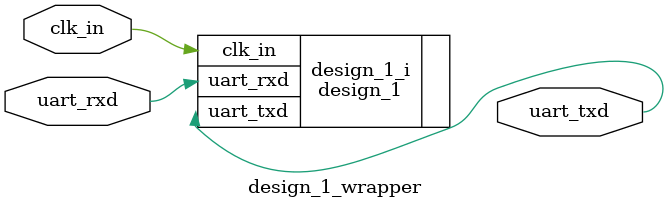
<source format=v>
`timescale 1 ps / 1 ps

module design_1_wrapper
   (clk_in,
    uart_rxd,
    uart_txd);
  input clk_in;
  input uart_rxd;
  output uart_txd;

  wire clk_in;
  wire uart_rxd;
  wire uart_txd;

  design_1 design_1_i
       (.clk_in(clk_in),
        .uart_rxd(uart_rxd),
        .uart_txd(uart_txd));
endmodule

</source>
